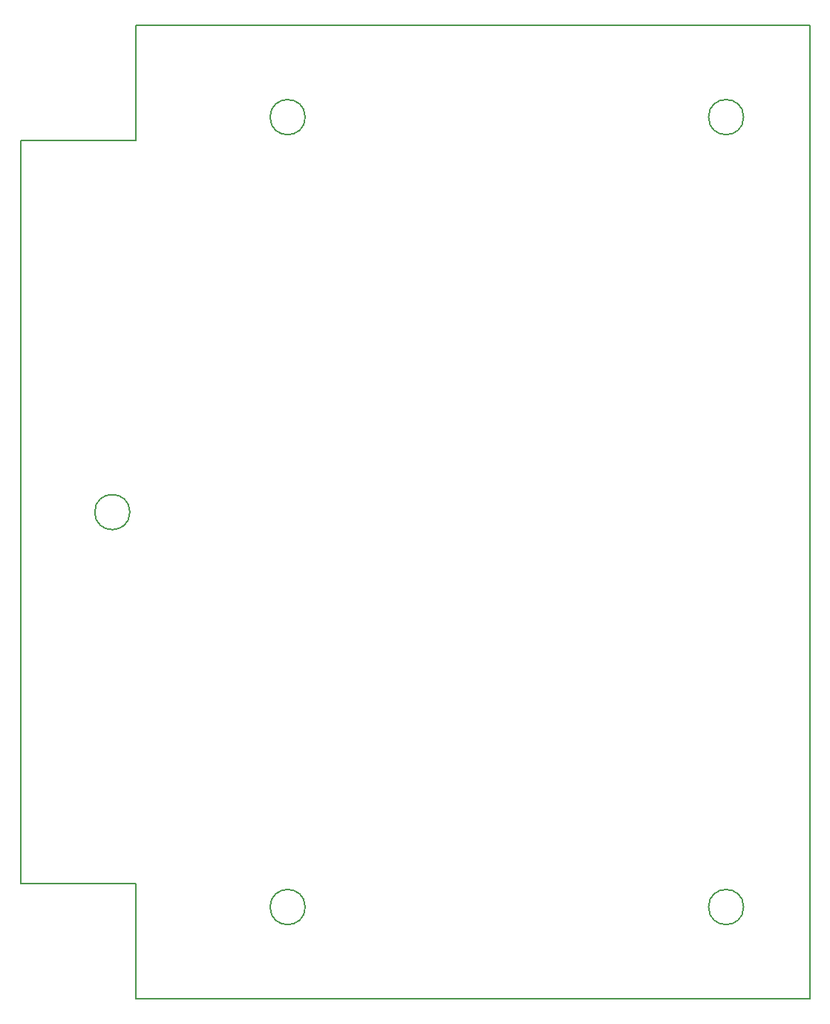
<source format=gbr>
%TF.GenerationSoftware,KiCad,Pcbnew,(6.0.1)*%
%TF.CreationDate,2023-02-14T20:17:07+00:00*%
%TF.ProjectId,dodsfalla_controller,646f6473-6661-46c6-9c61-5f636f6e7472,rev?*%
%TF.SameCoordinates,Original*%
%TF.FileFunction,Profile,NP*%
%FSLAX46Y46*%
G04 Gerber Fmt 4.6, Leading zero omitted, Abs format (unit mm)*
G04 Created by KiCad (PCBNEW (6.0.1)) date 2023-02-14 20:17:07*
%MOMM*%
%LPD*%
G01*
G04 APERTURE LIST*
%TA.AperFunction,Profile*%
%ADD10C,0.200000*%
%TD*%
G04 APERTURE END LIST*
D10*
X118600000Y-50452872D02*
X105500000Y-50452872D01*
X118600000Y-148250000D02*
X195500000Y-148250000D01*
X118600000Y-135150000D02*
X118600000Y-148250000D01*
X195500000Y-148250000D02*
X195500000Y-37352872D01*
X118600000Y-37352872D02*
X118600000Y-50452872D01*
X137948564Y-47801436D02*
G75*
G03*
X137948564Y-47801436I-2000000J0D01*
G01*
X137948564Y-137801436D02*
G75*
G03*
X137948564Y-137801436I-2000000J0D01*
G01*
X187948564Y-47801436D02*
G75*
G03*
X187948564Y-47801436I-2000000J0D01*
G01*
X105500000Y-135150000D02*
X118600000Y-135150000D01*
X187948564Y-137801436D02*
G75*
G03*
X187948564Y-137801436I-2000000J0D01*
G01*
X117948564Y-92801436D02*
G75*
G03*
X117948564Y-92801436I-2000000J0D01*
G01*
X105500000Y-50452872D02*
X105500000Y-135150000D01*
X195500000Y-37352872D02*
X118600000Y-37352872D01*
M02*

</source>
